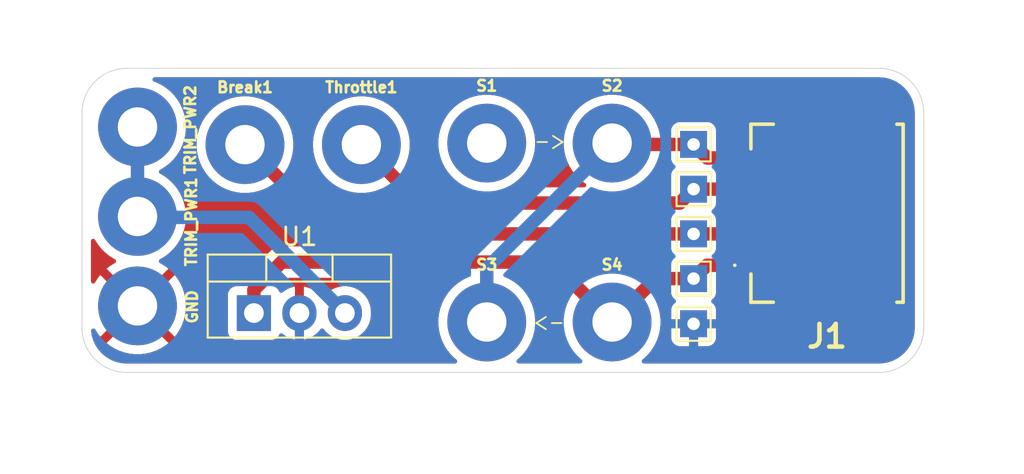
<source format=kicad_pcb>
(kicad_pcb (version 20241229) (generator "pcbnew") (generator_version "9.0")
  (layers (0 "F.Cu" signal) (2 "B.Cu" signal) (13 "F.Paste" user) (15 "B.Paste" user) (5 "F.SilkS" user "F.Silkscreen") (7 "B.SilkS" user "B.Silkscreen") (1 "F.Mask" user) (3 "B.Mask" user) (25 "Edge.Cuts" user))
  (net 0 "")
  (net 1 "GND")
  (net 2 "Net-(U1-VO)")
  (net 3 "/Throttle")
  (net 4 "+12V")
  (net 5 "/Break")
  (net 6 "MASTERPWR")
  (net 7 "IGNPWR")
  (footprint "Library:SM04BULHK1TA1ETBHF" (layer "F.Cu") (at 129 45.42 -90)
    (property "Reference" "J1" (at 6.88 0 0) (layer "F.SilkS") (effects (font (size 1.27 1.27) (thickness 0.254))))
    (property "Value" "SM04B-ULHK-1TA1-ETB_HF_" (hide yes))
    (fp_line (start 2.91 5.2) (end 2.91 5.2) (stroke (width 0.1)) (layer "F.SilkS"))
    (fp_line (start 2.91 5.1) (end 2.91 5.1) (stroke (width 0.1)) (layer "F.SilkS"))
    (fp_line (start -4.975 4.25) (end -3.6 4.25) (stroke (width 0.2)) (layer "F.SilkS"))
    (fp_line (start 4.975 4.25) (end 3.4 4.25) (stroke (width 0.2)) (layer "F.SilkS"))
    (fp_line (start -4.975 3) (end -4.975 4.25) (stroke (width 0.2)) (layer "F.SilkS"))
    (fp_line (start 4.975 3) (end 4.975 4.25) (stroke (width 0.2)) (layer "F.SilkS"))
    (fp_line (start 4.975 -3.9) (end 4.975 -4.25) (stroke (width 0.2)) (layer "F.SilkS"))
    (fp_line (start -4.975 -4.25) (end -4.975 -3.9) (stroke (width 0.2)) (layer "F.SilkS"))
    (fp_line (start 4.975 -4.25) (end -4.975 -4.25) (stroke (width 0.2)) (layer "F.SilkS"))
    (fp_arc (start 2.91 5.2) (mid 2.86 5.15) (end 2.91 5.1) (stroke (width 0.1)) (layer "F.SilkS"))
    (fp_arc (start 2.91 5.1) (mid 2.96 5.15) (end 2.91 5.2) (stroke (width 0.1)) (layer "F.SilkS"))
    (pad "1" smd rect (at 2.91 3.75 270) (size 0.55 1.9) (layers "F.Cu" "F.Mask" "F.Paste") (net 7 "IGNPWR"))
    (pad "2" smd rect (at 0.91 3.75 270) (size 0.55 1.9) (layers "F.Cu" "F.Mask" "F.Paste") (net 5 "/Break"))
    (pad "3" smd rect (at -1.09 3.75 270) (size 0.55 1.9) (layers "F.Cu" "F.Mask" "F.Paste") (net 3 "/Throttle"))
    (pad "4" smd rect (at -3.09 3.75 270) (size 0.55 1.9) (layers "F.Cu" "F.Mask" "F.Paste") (net 6 "MASTERPWR"))
    (pad "5" smd rect (at -4.45 -0.45 270) (size 1.05 6.3) (layers "F.Cu" "F.Mask" "F.Paste") (net 1 "GND"))
    (pad "6" smd rect (at 4.45 -0.45 270) (size 1.05 6.3) (layers "F.Cu" "F.Mask" "F.Paste") (net 1 "GND"))
  )
  (footprint "TestPoint:TestPoint_THTPad_1.5x1.5mm_Drill0.7mm" (layer "F.Cu") (at 121.55 49.075)
    (property "Reference" "REF**" (hide yes))
    (property "Value" "TestPoint_THTPad_1.5x1.5mm_Drill0.7mm" (hide yes))
    (fp_line (start -0.95 -0.95) (end 0.95 -0.95) (stroke (width 0.12)) (layer "F.SilkS"))
    (fp_line (start -0.95 0.95) (end -0.95 -0.95) (stroke (width 0.12)) (layer "F.SilkS"))
    (fp_line (start 0.95 -0.95) (end 0.95 0.95) (stroke (width 0.12)) (layer "F.SilkS"))
    (fp_line (start 0.95 0.95) (end -0.95 0.95) (stroke (width 0.12)) (layer "F.SilkS"))
    (pad "1" thru_hole rect (at 0 0) (size 1.5 1.5) (drill 0.7) (layers "*.Cu" "*.Mask") (net 7 "IGNPWR"))
  )
  (footprint "MountingHole:MountingHole_2.2mm_M2_Pad_TopBottom" (layer "F.Cu") (at 103 41.585)
    (property "Reference" "Throttle1" (at 0 -3.2 0) (layer "F.SilkS") (effects (font (size 0.6 0.6))))
    (property "Value" "MountingHole_Pad_MP" (hide yes))
    (pad "1" thru_hole circle (at 0 0) (size 2.6 2.6) (drill 2.2) (layers "*.Cu" "*.Mask") (net 3 "/Throttle"))
    (pad "1" connect circle (at 0 0) (size 4.4 4.4) (layers "F.Cu" "F.Mask") (net 3 "/Throttle"))
    (pad "1" connect circle (at 0 0) (size 4.4 4.4) (layers "B.Cu" "B.Mask") (net 3 "/Throttle"))
  )
  (footprint "MountingHole:MountingHole_2.2mm_M2_Pad_TopBottom" (layer "F.Cu") (at 110 41.5)
    (property "Reference" "S1" (at 0 -3.2 0) (layer "F.SilkS") (effects (font (size 0.6 0.6))))
    (property "Value" "MountingHole_Pad_MP" (hide yes))
    (pad "1" thru_hole circle (at 0 0) (size 2.6 2.6) (drill 2.2) (layers "*.Cu" "*.Mask") (net 4 "+12V"))
    (pad "1" connect circle (at 0 0) (size 4.4 4.4) (layers "F.Cu" "F.Mask") (net 4 "+12V"))
    (pad "1" connect circle (at 0 0) (size 4.4 4.4) (layers "B.Cu" "B.Mask") (net 4 "+12V"))
  )
  (footprint "MountingHole:MountingHole_2.2mm_M2_Pad_TopBottom" (layer "F.Cu") (at 117 41.5)
    (property "Reference" "S2" (at 0 -3.2 0) (layer "F.SilkS") (effects (font (size 0.6 0.6))))
    (property "Value" "MountingHole_Pad_MP" (hide yes))
    (pad "1" thru_hole circle (at 0 0) (size 2.6 2.6) (drill 2.2) (layers "*.Cu" "*.Mask") (net 6 "MASTERPWR"))
    (pad "1" connect circle (at 0 0) (size 4.4 4.4) (layers "F.Cu" "F.Mask") (net 6 "MASTERPWR"))
    (pad "1" connect circle (at 0 0) (size 4.4 4.4) (layers "B.Cu" "B.Mask") (net 6 "MASTERPWR"))
  )
  (footprint "TestPoint:TestPoint_THTPad_1.5x1.5mm_Drill0.7mm" (layer "F.Cu") (at 121.55 46.575)
    (property "Reference" "REF**" (hide yes))
    (property "Value" "TestPoint_THTPad_1.5x1.5mm_Drill0.7mm" (hide yes))
    (fp_line (start -0.95 -0.95) (end 0.95 -0.95) (stroke (width 0.12)) (layer "F.SilkS"))
    (fp_line (start -0.95 0.95) (end -0.95 -0.95) (stroke (width 0.12)) (layer "F.SilkS"))
    (fp_line (start 0.95 -0.95) (end 0.95 0.95) (stroke (width 0.12)) (layer "F.SilkS"))
    (fp_line (start 0.95 0.95) (end -0.95 0.95) (stroke (width 0.12)) (layer "F.SilkS"))
    (pad "1" thru_hole rect (at 0 0) (size 1.5 1.5) (drill 0.7) (layers "*.Cu" "*.Mask") (net 5 "/Break"))
  )
  (footprint "MountingHole:MountingHole_2.2mm_M2_Pad_TopBottom" (layer "F.Cu") (at 110 51.5)
    (property "Reference" "S3" (at 0 -3.2 0) (layer "F.SilkS") (effects (font (size 0.6 0.6))))
    (property "Value" "MountingHole_Pad_MP" (hide yes))
    (pad "1" thru_hole circle (at 0 0) (size 2.6 2.6) (drill 2.2) (layers "*.Cu" "*.Mask") (net 6 "MASTERPWR"))
    (pad "1" connect circle (at 0 0) (size 4.4 4.4) (layers "F.Cu" "F.Mask") (net 6 "MASTERPWR"))
    (pad "1" connect circle (at 0 0) (size 4.4 4.4) (layers "B.Cu" "B.Mask") (net 6 "MASTERPWR"))
  )
  (footprint "MountingHole:MountingHole_2.2mm_M2_Pad_TopBottom" (layer "F.Cu") (at 90.5 50.6 180)
    (property "Reference" "GND" (at -3.05 -0.05 90) (layer "F.SilkS") (effects (font (size 0.6 0.6))))
    (property "Value" "MountingHole_Pad_MP" (hide yes))
    (pad "1" thru_hole circle (at 0 0 180) (size 2.6 2.6) (drill 2.2) (layers "*.Cu" "*.Mask"))
    (pad "1" connect circle (at 0 0 180) (size 4.4 4.4) (layers "F.Cu" "F.Mask") (net 1 "GND"))
    (pad "1" connect circle (at 0 0 180) (size 4.4 4.4) (layers "B.Cu" "B.Mask"))
  )
  (footprint "MountingHole:MountingHole_2.2mm_M2_Pad_TopBottom" (layer "F.Cu") (at 90.5 40.6)
    (property "Reference" "TRIM_PWR2" (at 2.95 0.15 90) (layer "F.SilkS") (effects (font (size 0.6 0.6))))
    (property "Value" "MountingHole_Pad_MP" (hide yes))
    (pad "1" thru_hole circle (at 0 0) (size 2.6 2.6) (drill 2.2) (layers "*.Cu" "*.Mask") (net 2 "Net-(U1-VO)"))
    (pad "1" connect circle (at 0 0) (size 4.4 4.4) (layers "F.Cu" "F.Mask") (net 2 "Net-(U1-VO)"))
    (pad "1" connect circle (at 0 0) (size 4.4 4.4) (layers "B.Cu" "B.Mask") (net 2 "Net-(U1-VO)"))
  )
  (footprint "MountingHole:MountingHole_2.2mm_M2_Pad_TopBottom" (layer "F.Cu") (at 90.5 45.6)
    (property "Reference" "TRIM_PWR1" (at 3 0.3 90) (layer "F.SilkS") (effects (font (size 0.6 0.6))))
    (property "Value" "MountingHole_Pad_MP" (hide yes))
    (pad "1" thru_hole circle (at 0 0) (size 2.6 2.6) (drill 2.2) (layers "*.Cu" "*.Mask") (net 2 "Net-(U1-VO)"))
    (pad "1" connect circle (at 0 0) (size 4.4 4.4) (layers "F.Cu" "F.Mask") (net 2 "Net-(U1-VO)"))
    (pad "1" connect circle (at 0 0) (size 4.4 4.4) (layers "B.Cu" "B.Mask") (net 2 "Net-(U1-VO)"))
  )
  (footprint "TestPoint:TestPoint_THTPad_1.5x1.5mm_Drill0.7mm" (layer "F.Cu") (at 121.55 44.075)
    (property "Reference" "REF**" (hide yes))
    (property "Value" "TestPoint_THTPad_1.5x1.5mm_Drill0.7mm" (hide yes))
    (fp_line (start -0.95 -0.95) (end 0.95 -0.95) (stroke (width 0.12)) (layer "F.SilkS"))
    (fp_line (start -0.95 0.95) (end -0.95 -0.95) (stroke (width 0.12)) (layer "F.SilkS"))
    (fp_line (start 0.95 -0.95) (end 0.95 0.95) (stroke (width 0.12)) (layer "F.SilkS"))
    (fp_line (start 0.95 0.95) (end -0.95 0.95) (stroke (width 0.12)) (layer "F.SilkS"))
    (pad "1" thru_hole rect (at 0 0) (size 1.5 1.5) (drill 0.7) (layers "*.Cu" "*.Mask") (net 3 "/Throttle"))
  )
  (footprint "TestPoint:TestPoint_THTPad_1.5x1.5mm_Drill0.7mm" (layer "F.Cu") (at 121.55 51.6)
    (property "Reference" "REF**" (hide yes))
    (property "Value" "TestPoint_THTPad_1.5x1.5mm_Drill0.7mm" (hide yes))
    (fp_line (start -0.95 -0.95) (end 0.95 -0.95) (stroke (width 0.12)) (layer "F.SilkS"))
    (fp_line (start -0.95 0.95) (end -0.95 -0.95) (stroke (width 0.12)) (layer "F.SilkS"))
    (fp_line (start 0.95 -0.95) (end 0.95 0.95) (stroke (width 0.12)) (layer "F.SilkS"))
    (fp_line (start 0.95 0.95) (end -0.95 0.95) (stroke (width 0.12)) (layer "F.SilkS"))
    (pad "1" thru_hole rect (at 0 0) (size 1.5 1.5) (drill 0.7) (layers "*.Cu" "*.Mask") (net 1 "GND"))
  )
  (footprint "MountingHole:MountingHole_2.2mm_M2_Pad_TopBottom" (layer "F.Cu") (at 117 51.5)
    (property "Reference" "S4" (at 0 -3.2 0) (layer "F.SilkS") (effects (font (size 0.6 0.6))))
    (property "Value" "MountingHole_Pad_MP" (hide yes))
    (pad "1" thru_hole circle (at 0 0) (size 2.6 2.6) (drill 2.2) (layers "*.Cu" "*.Mask") (net 7 "IGNPWR"))
    (pad "1" connect circle (at 0 0) (size 4.4 4.4) (layers "F.Cu" "F.Mask") (net 7 "IGNPWR"))
    (pad "1" connect circle (at 0 0) (size 4.4 4.4) (layers "B.Cu" "B.Mask") (net 7 "IGNPWR"))
  )
  (footprint "TestPoint:TestPoint_THTPad_1.5x1.5mm_Drill0.7mm" (layer "F.Cu") (at 121.55 41.575)
    (property "Reference" "REF**" (hide yes))
    (property "Value" "TestPoint_THTPad_1.5x1.5mm_Drill0.7mm" (hide yes))
    (fp_line (start -0.95 -0.95) (end 0.95 -0.95) (stroke (width 0.12)) (layer "F.SilkS"))
    (fp_line (start -0.95 0.95) (end -0.95 -0.95) (stroke (width 0.12)) (layer "F.SilkS"))
    (fp_line (start 0.95 -0.95) (end 0.95 0.95) (stroke (width 0.12)) (layer "F.SilkS"))
    (fp_line (start 0.95 0.95) (end -0.95 0.95) (stroke (width 0.12)) (layer "F.SilkS"))
    (pad "1" thru_hole rect (at 0 0) (size 1.5 1.5) (drill 0.7) (layers "*.Cu" "*.Mask") (net 6 "MASTERPWR"))
  )
  (footprint "Package_TO_SOT_THT:TO-220-3_Vertical" (layer "F.Cu") (at 97 51)
    (property "Reference" "U1" (at 2.54 -4.27 0) (layer "F.SilkS"))
    (property "Value" "SPX2920U-5.0_TO220" (hide yes))
    (fp_line (start -2.58 -3.27) (end -2.58 1.371) (stroke (width 0.12)) (layer "F.SilkS"))
    (fp_line (start -2.58 -3.27) (end 7.66 -3.27) (stroke (width 0.12)) (layer "F.SilkS"))
    (fp_line (start -2.58 -1.76) (end 7.66 -1.76) (stroke (width 0.12)) (layer "F.SilkS"))
    (fp_line (start -2.58 1.371) (end 7.66 1.371) (stroke (width 0.12)) (layer "F.SilkS"))
    (fp_line (start 0.69 -3.27) (end 0.69 -1.76) (stroke (width 0.12)) (layer "F.SilkS"))
    (fp_line (start 4.391 -3.27) (end 4.391 -1.76) (stroke (width 0.12)) (layer "F.SilkS"))
    (fp_line (start 7.66 -3.27) (end 7.66 1.371) (stroke (width 0.12)) (layer "F.SilkS"))
    (pad "1" thru_hole rect (at 0 0) (size 1.905 2) (drill 1.1) (layers "*.Cu" "*.Mask") (net 7 "IGNPWR"))
    (pad "2" thru_hole oval (at 2.54 0) (size 1.905 2) (drill 1.1) (layers "*.Cu" "*.Mask") (net 1 "GND"))
    (pad "3" thru_hole oval (at 5.08 0) (size 1.905 2) (drill 1.1) (layers "*.Cu" "*.Mask") (net 2 "Net-(U1-VO)"))
  )
  (footprint "MountingHole:MountingHole_2.2mm_M2_Pad_TopBottom" (layer "F.Cu") (at 96.5 41.585)
    (property "Reference" "Break1" (at 0 -3.2 0) (layer "F.SilkS") (effects (font (size 0.6 0.6))))
    (property "Value" "MountingHole_Pad_MP" (hide yes))
    (pad "1" thru_hole circle (at 0 0) (size 2.6 2.6) (drill 2.2) (layers "*.Cu" "*.Mask") (net 5 "/Break"))
    (pad "1" connect circle (at 0 0) (size 4.4 4.4) (layers "F.Cu" "F.Mask") (net 5 "/Break"))
    (pad "1" connect circle (at 0 0) (size 4.4 4.4) (layers "B.Cu" "B.Mask") (net 5 "/Break"))
  )
  (gr_line (start 131.9 54.32) (end 89.9 54.32) (stroke (width 0.05)) (layer "Edge.Cuts"))
  (gr_line (start 89.9 37.32) (end 131.9 37.32) (stroke (width 0.05)) (layer "Edge.Cuts"))
  (gr_arc (start 134.4 51.82) (mid 133.667767 53.587767) (end 131.9 54.32) (stroke (width 0.05)) (layer "Edge.Cuts"))
  (gr_arc (start 131.9 37.32) (mid 133.667767 38.052233) (end 134.4 39.82) (stroke (width 0.05)) (layer "Edge.Cuts"))
  (gr_line (start 87.4 51.82) (end 87.4 39.82) (stroke (width 0.05)) (layer "Edge.Cuts"))
  (gr_arc (start 87.4 39.82) (mid 88.132233 38.052233) (end 89.9 37.32) (stroke (width 0.05)) (layer "Edge.Cuts"))
  (gr_line (start 134.4 39.82) (end 134.4 51.82) (stroke (width 0.05)) (layer "Edge.Cuts"))
  (gr_arc (start 89.9 54.32) (mid 88.132233 53.587767) (end 87.4 51.82) (stroke (width 0.05)) (layer "Edge.Cuts"))
  (gr_text "->" (at 114.4 50.95 180) (layer "F.SilkS") (effects (font (size 1.2 0.7) (thickness 0.1)) (justify left bottom)))
  (gr_text "->" (at 112.6 42.05 0) (layer "F.SilkS") (effects (font (size 1.2 0.7) (thickness 0.1)) (justify left bottom)))
  (segment (start 96.73 45.65) (end 90.85 45.65) (width 0.75) (layer "B.Cu") (net 2))
  (segment (start 90.85 45.65) (end 90.5 45.3) (width 0.75) (layer "B.Cu") (net 2))
  (segment (start 90.5 45.6) (end 90.5 40.6) (width 0.75) (layer "B.Cu") (net 2))
  (segment (start 102.08 51) (end 96.73 45.65) (width 0.75) (layer "B.Cu") (net 2))
  (segment (start 103 41.585) (end 106.265 44.85) (width 0.75) (layer "F.Cu") (net 3))
  (segment (start 124.995 44.075) (end 125.25 44.33) (width 0.75) (layer "F.Cu") (net 3))
  (segment (start 120.775 44.85) (end 121.55 44.075) (width 0.75) (layer "F.Cu") (net 3))
  (segment (start 106.265 44.85) (end 120.775 44.85) (width 0.75) (layer "F.Cu") (net 3))
  (segment (start 121.55 44.075) (end 124.995 44.075) (width 0.75) (layer "F.Cu") (net 3))
  (segment (start 101.49 46.575) (end 121.55 46.575) (width 0.75) (layer "F.Cu") (net 5))
  (segment (start 96.5 41.585) (end 101.49 46.575) (width 0.75) (layer "F.Cu") (net 5))
  (segment (start 121.55 46.575) (end 125.005 46.575) (width 0.75) (layer "F.Cu") (net 5))
  (segment (start 125.005 46.575) (end 125.25 46.33) (width 0.75) (layer "F.Cu") (net 5))
  (segment (start 125.25 42.33) (end 122.305 42.33) (width 0.75) (layer "F.Cu") (net 6))
  (segment (start 117.075 41.575) (end 117 41.5) (width 0.75) (layer "F.Cu") (net 6))
  (segment (start 122.305 42.33) (end 121.55 41.575) (width 0.75) (layer "F.Cu") (net 6))
  (segment (start 121.55 41.575) (end 117.075 41.575) (width 0.75) (layer "F.Cu") (net 6))
  (segment (start 117 41.5) (end 110 48.5) (width 0.75) (layer "B.Cu") (net 6))
  (segment (start 110 48.5) (end 110 51.5) (width 0.75) (layer "B.Cu") (net 6))
  (segment (start 113.65 48.15) (end 98.55 48.15) (width 0.75) (layer "F.Cu") (net 7))
  (segment (start 98.55 48.15) (end 97 49.7) (width 0.75) (layer "F.Cu") (net 7))
  (segment (start 119.425 49.075) (end 117 51.5) (width 0.75) (layer "F.Cu") (net 7))
  (segment (start 122.295 48.33) (end 121.55 49.075) (width 0.75) (layer "F.Cu") (net 7))
  (segment (start 97 49.7) (end 97 51) (width 0.75) (layer "F.Cu") (net 7))
  (segment (start 117 51.5) (end 113.65 48.15) (width 0.75) (layer "F.Cu") (net 7))
  (segment (start 125.25 48.33) (end 122.295 48.33) (width 0.75) (layer "F.Cu") (net 7))
  (segment (start 121.55 49.075) (end 119.425 49.075) (width 0.75) (layer "F.Cu") (net 7))
  (zone (net 1) (net_name "GND") (layers "F.Cu" "B.Cu") (connect_pads (clearance 0.5)) (min_thickness 0.25) (fill yes (thermal_gap 0.5) (thermal_bridge_width 0.5))
    (polygon (pts (xy 140 35) (xy 140 60) (xy 85 60) (xy 85 35)))
  )
)
</source>
